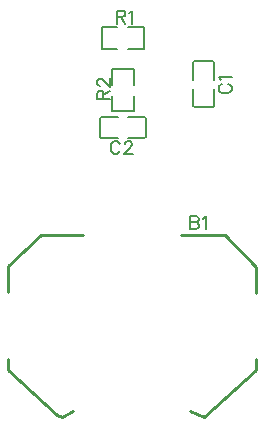
<source format=gto>
G04 Layer: TopSilkscreenLayer*
G04 EasyEDA v6.5.22, 2022-11-24 10:27:38*
G04 c2ffbf048bd549cebe30352b3eb0f613,ed70181f279245e6aff80281ee7dc86a,10*
G04 Gerber Generator version 0.2*
G04 Scale: 100 percent, Rotated: No, Reflected: No *
G04 Dimensions in millimeters *
G04 leading zeros omitted , absolute positions ,4 integer and 5 decimal *
%FSLAX45Y45*%
%MOMM*%

%ADD10C,0.1524*%
%ADD11C,0.2540*%

%LPD*%
D10*
X4622800Y4395215D02*
G01*
X4622800Y4286250D01*
X4622800Y4395215D02*
G01*
X4669536Y4395215D01*
X4685029Y4390136D01*
X4690363Y4384802D01*
X4695443Y4374387D01*
X4695443Y4363973D01*
X4690363Y4353560D01*
X4685029Y4348479D01*
X4669536Y4343400D01*
X4622800Y4343400D02*
G01*
X4669536Y4343400D01*
X4685029Y4338065D01*
X4690363Y4332986D01*
X4695443Y4322571D01*
X4695443Y4306823D01*
X4690363Y4296410D01*
X4685029Y4291329D01*
X4669536Y4286250D01*
X4622800Y4286250D01*
X4729734Y4374387D02*
G01*
X4740147Y4379721D01*
X4755895Y4395215D01*
X4755895Y4286250D01*
X4888991Y5513578D02*
G01*
X4878577Y5508244D01*
X4868163Y5497829D01*
X4863084Y5487670D01*
X4863084Y5466842D01*
X4868163Y5456428D01*
X4878577Y5446013D01*
X4888991Y5440679D01*
X4904740Y5435600D01*
X4930647Y5435600D01*
X4946141Y5440679D01*
X4956556Y5446013D01*
X4966970Y5456428D01*
X4972050Y5466842D01*
X4972050Y5487670D01*
X4966970Y5497829D01*
X4956556Y5508244D01*
X4946141Y5513578D01*
X4883911Y5547868D02*
G01*
X4878577Y5558281D01*
X4863084Y5573776D01*
X4972050Y5573776D01*
X4027677Y5004307D02*
G01*
X4022343Y5014721D01*
X4011929Y5025136D01*
X4001770Y5030215D01*
X3980941Y5030215D01*
X3970527Y5025136D01*
X3960113Y5014721D01*
X3954779Y5004307D01*
X3949700Y4988560D01*
X3949700Y4962652D01*
X3954779Y4947157D01*
X3960113Y4936744D01*
X3970527Y4926329D01*
X3980941Y4921250D01*
X4001770Y4921250D01*
X4011929Y4926329D01*
X4022343Y4936744D01*
X4027677Y4947157D01*
X4067047Y5004307D02*
G01*
X4067047Y5009387D01*
X4072381Y5019802D01*
X4077461Y5025136D01*
X4087875Y5030215D01*
X4108704Y5030215D01*
X4119118Y5025136D01*
X4124197Y5019802D01*
X4129531Y5009387D01*
X4129531Y4998973D01*
X4124197Y4988560D01*
X4113784Y4973065D01*
X4061968Y4921250D01*
X4134611Y4921250D01*
X4000500Y6135115D02*
G01*
X4000500Y6026150D01*
X4000500Y6135115D02*
G01*
X4047236Y6135115D01*
X4062729Y6130036D01*
X4068063Y6124702D01*
X4073143Y6114287D01*
X4073143Y6103873D01*
X4068063Y6093460D01*
X4062729Y6088379D01*
X4047236Y6083300D01*
X4000500Y6083300D01*
X4036822Y6083300D02*
G01*
X4073143Y6026150D01*
X4107434Y6114287D02*
G01*
X4117847Y6119621D01*
X4133595Y6135115D01*
X4133595Y6026150D01*
X3834384Y5384800D02*
G01*
X3943350Y5384800D01*
X3834384Y5384800D02*
G01*
X3834384Y5431536D01*
X3839463Y5447029D01*
X3844797Y5452363D01*
X3855211Y5457444D01*
X3865625Y5457444D01*
X3876040Y5452363D01*
X3881120Y5447029D01*
X3886200Y5431536D01*
X3886200Y5384800D01*
X3886200Y5421121D02*
G01*
X3943350Y5457444D01*
X3860291Y5497068D02*
G01*
X3855211Y5497068D01*
X3844797Y5502147D01*
X3839463Y5507481D01*
X3834384Y5517895D01*
X3834384Y5538470D01*
X3839463Y5548884D01*
X3844797Y5554218D01*
X3855211Y5559297D01*
X3865625Y5559297D01*
X3876040Y5554218D01*
X3891534Y5543804D01*
X3943350Y5491734D01*
X3943350Y5564631D01*
D11*
X4542368Y4238774D02*
G01*
X4914298Y4233331D01*
X5177368Y3961188D01*
X5177368Y3747104D01*
X3079160Y3754427D02*
G01*
X3080430Y3972867D01*
X3357290Y4237027D01*
X3716032Y4237027D01*
X3633642Y2747106D02*
G01*
X3538720Y2692527D01*
X3493000Y2711577D01*
X3080250Y3093846D01*
X3077710Y3182746D01*
X5176387Y3183986D02*
G01*
X5176387Y3096742D01*
X4735697Y2695422D01*
X4621397Y2742412D01*
D10*
X4646739Y5692919D02*
G01*
X4646739Y5551919D01*
X4827460Y5551919D02*
G01*
X4827460Y5692919D01*
X4812220Y5708159D02*
G01*
X4661979Y5708159D01*
X4646739Y5330680D02*
G01*
X4646739Y5471680D01*
X4827460Y5471680D02*
G01*
X4827460Y5330680D01*
X4812220Y5315440D02*
G01*
X4661979Y5315440D01*
X4232419Y5233860D02*
G01*
X4091419Y5233860D01*
X4091419Y5053139D02*
G01*
X4232419Y5053139D01*
X4247659Y5068379D02*
G01*
X4247659Y5218620D01*
X3870180Y5233860D02*
G01*
X4011180Y5233860D01*
X4011180Y5053139D02*
G01*
X3870180Y5053139D01*
X3854940Y5068379D02*
G01*
X3854940Y5218620D01*
X4003680Y5997209D02*
G01*
X3875186Y5997209D01*
X3875186Y5813790D01*
X4003680Y5813790D01*
X4098919Y5997209D02*
G01*
X4227413Y5997209D01*
X4227413Y5813790D01*
X4098919Y5813790D01*
X4143009Y5508619D02*
G01*
X4143009Y5637113D01*
X3959590Y5637113D01*
X3959590Y5508619D01*
X4143009Y5413380D02*
G01*
X4143009Y5284886D01*
X3959590Y5284886D01*
X3959590Y5413380D01*
G75*
G01*
X4827460Y5692920D02*
G03*
X4812221Y5708160I-15240J0D01*
G75*
G01*
X4661979Y5708160D02*
G03*
X4646740Y5692920I1J-15240D01*
G75*
G01*
X4827460Y5330680D02*
G02*
X4812221Y5315440I-15240J0D01*
G75*
G01*
X4661979Y5315440D02*
G02*
X4646740Y5330680I1J15240D01*
G75*
G01*
X4232420Y5053140D02*
G03*
X4247660Y5068380I0J15240D01*
G75*
G01*
X4247660Y5218620D02*
G03*
X4232420Y5233860I-15240J0D01*
G75*
G01*
X3870180Y5053140D02*
G02*
X3854940Y5068380I0J15240D01*
G75*
G01*
X3854940Y5218620D02*
G02*
X3870180Y5233860I15240J0D01*
M02*

</source>
